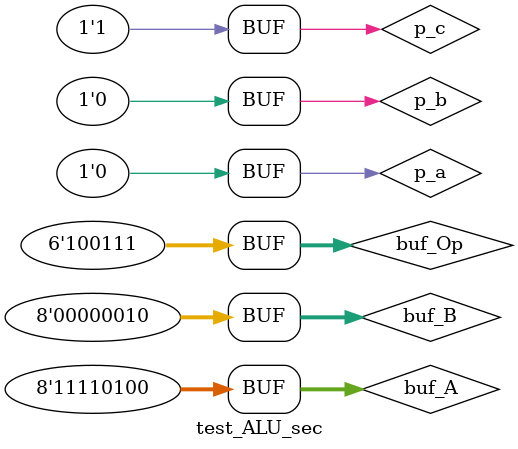
<source format=v>
`timescale 1ns / 1ps


module test_ALU_sec;

	// Paramatros ALU
	parameter msb = 7;
	
	// Inputs
	reg [msb:0] buf_A;
	reg [msb:0] buf_B;
	reg [5:0] buf_Op;
	reg p_a;
	reg p_b;
	reg p_c;

	// Outputs
	wire [msb:0] buf_R;

	// Instantiate the Unit Under Test (UUT)
	ALU_sec #(.msb(msb)) 
	uut(
		.buf_A(buf_A), 
		.buf_B(buf_B), 
		.buf_Op(buf_Op), 
		.p_a(p_a), 
		.p_b(p_b), 
		.p_c(p_c), 
		.buf_R(buf_R)
	);

	initial begin
		// Initialize Inputs
		buf_A = 20; // Cargamos B
		buf_B = 0;
		buf_Op = 6'b100100;
		p_a = 1; // pulsamos carga de A
		p_b = 0;
		p_c = 0;

		// Wait 100 ns for global reset to finish
		// Add stimulus here
		#100; // Cargamos A
		buf_B = 7;
		p_a = 0;
		p_b = 1; // pulsamos carga de B
		p_c = 0;
		
		#100; // Cargamos operacion suma
		buf_Op = 6'b100000; // ADD
		p_a = 0;
		p_b = 0;
		p_c = 1; // pulsamos para cargar operacion
		
		#100; // dejamos lapso sin pulsar, para verificar funcionamiento de proxima op
		buf_Op = 0;
		p_a = 0;
		p_b = 0;
		p_c = 0;
		
		#100; // Cargamos operacion resta
		buf_Op = 6'b100010; // SUB
		p_a = 0;
		p_b = 0;
		p_c = 1; // pulsamos para cargar operacion
		
		#100; // dejamos lapso sin pulsar, para verificar funcionamiento de proxima op
		buf_Op = 0;
		p_a = 0;
		p_b = 0;
		p_c = 0;
		
		#100; // Cargamo operacion and
		buf_Op = 6'b100100;// AND
		p_a = 0;
		p_b = 0;
		p_c = 1; // pulsamos para cargr la operacion
		
		#100; // dejamos lapso sin pulsar, para verificar funcionamiento de proxima op
		buf_Op = 0;
		p_a = 0;
		p_b = 0;
		p_c = 0;
		
		#100; // Cargamos operacion or
		buf_Op = 6'b100101; // OR
		p_a = 0;
		p_b = 0;
		p_c = 1; // pulsamos para cargar operacion
		
		#100; // dejamos lapso sin pulsar, para verificar funcionamiento de proxima op
		buf_Op = 0;
		p_a = 0;
		p_b = 0;
		p_c = 0;
		
		#100; // Cargamos operacion xor
		buf_Op = 6'b100110; // XOR
		p_a = 0;
		p_b = 0;
		p_c = 1; // pulsamos para cargar operacion
		
		#100; // dejamos lapso sin pulsar, para verificar funcionamiento de proxima op
		buf_Op = 0;
		buf_B = 2;// cargamos op B con 2, para desplazar 2 lugares
		p_a = 0;
		p_b = 1; // pulsamos para carga de op B
		p_c = 0;
		
		#100; // dejamos lapso sin pulsar, para verificar funcionamiento de proxima op
		buf_Op = 0;
		buf_A = -12; // cargamos operador A con negativo para verificar sra
		p_a = 1;// pulsamos para cargar A
		p_b = 0;
		p_c = 0;
		
		
		#100; // Cargamos operacion desplazamiento sra
		buf_Op = 6'b000011; // SRA
		p_a = 0;
		p_b = 0;
		p_c = 1; // pulsamos para cargar operacion
		
		#100; // dejamos lapso sin pulsar, para verificar funcionamiento de proxima op
		buf_Op = 0;
		p_a = 0;
		p_b = 0;
		p_c = 0;
		
		#100; // Cargamos operacion desplazamiento srl
		buf_Op = 6'b000010; // SRL
		p_a = 0;
		p_b = 0;
		p_c = 1; // pulsamos para cargar operacion
		
		#100; // dejamos lapso sin pulsar, para verificar funcionamiento de proxima op
		buf_Op = 0;
		p_a = 0;
		p_b = 0;
		p_c = 0;
		
		#100; // Cargamos operacion nor
		buf_Op = 6'b100111; // NOR
		p_a = 0;
		p_b = 0;
		p_c = 1; // pulsamos para cargar operacion

	end
	
	// Analisis
	initial $monitor($time, buf_A, buf_B, buf_Op, buf_R, p_a, p_b, p_c);
      
endmodule


</source>
